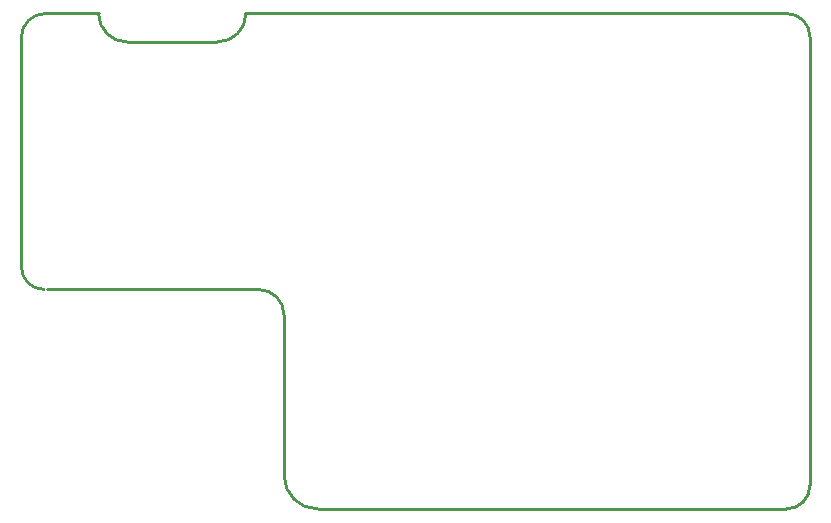
<source format=gko>
G04 Layer: BoardOutlineLayer*
G04 EasyEDA Pro v2.2.45.4, 2025-12-19 14:04:37*
G04 Gerber Generator version 0.3*
G04 Scale: 100 percent, Rotated: No, Reflected: No*
G04 Dimensions in millimeters*
G04 Leading zeros omitted, absolute positions, 4 integers and 5 decimals*
G04 Generated by one-click*
%FSLAX45Y45*%
%MOMM*%
%ADD10C,0.254*%
%ADD11C,0.2583*%
G75*


G04 PolygonModel Start*
G54D10*
G01X-6967600Y4800600D02*
G01X-6813819Y4800600D01*
G01X-6813819Y4800600D02*
G03X-6572519Y4559300I241300J0D01*
G01X-5806611Y4559300D02*
G03X-5565311Y4800600I0J241300D01*
G01X-5242560Y889000D02*
G01X-5242560Y2247900D01*
G01X-5242560Y2247900D02*
G03X-5458460Y2463800I-215900J0D01*
G01X-5448300Y2463800D02*
G01X-7252900Y2463800D01*
G01X-7276709Y2463800D02*
G02X-7467600Y2654691I0J190891D01*
G01X-7467600Y2654691D02*
G01X-7467600Y4300600D01*
G01X-6572519Y4559300D02*
G01X-5806611Y4559300D01*
G01X-6967600Y4800600D02*
G01X-7264400Y4800600D01*
G03X-7467600Y4597400I0J-203200D01*
G01X-7467600Y4114488D01*
G01X-1115060Y604800D02*
G01X-4958360Y604800D01*
G02X-5242560Y889000I0J284200D01*
G01X-5565311Y4800600D02*
G01X-986400Y4800600D01*
G01X-986400Y4800600D02*
G02X-790600Y4604800I0J-195800D01*
G01X-790600Y4604800D02*
G01X-790600Y804800D01*
G01X-790600Y804800D02*
G02X-990600Y604800I-200000J0D01*
G01X-990600Y604800D02*
G01X-1304900Y604800D01*

M02*


</source>
